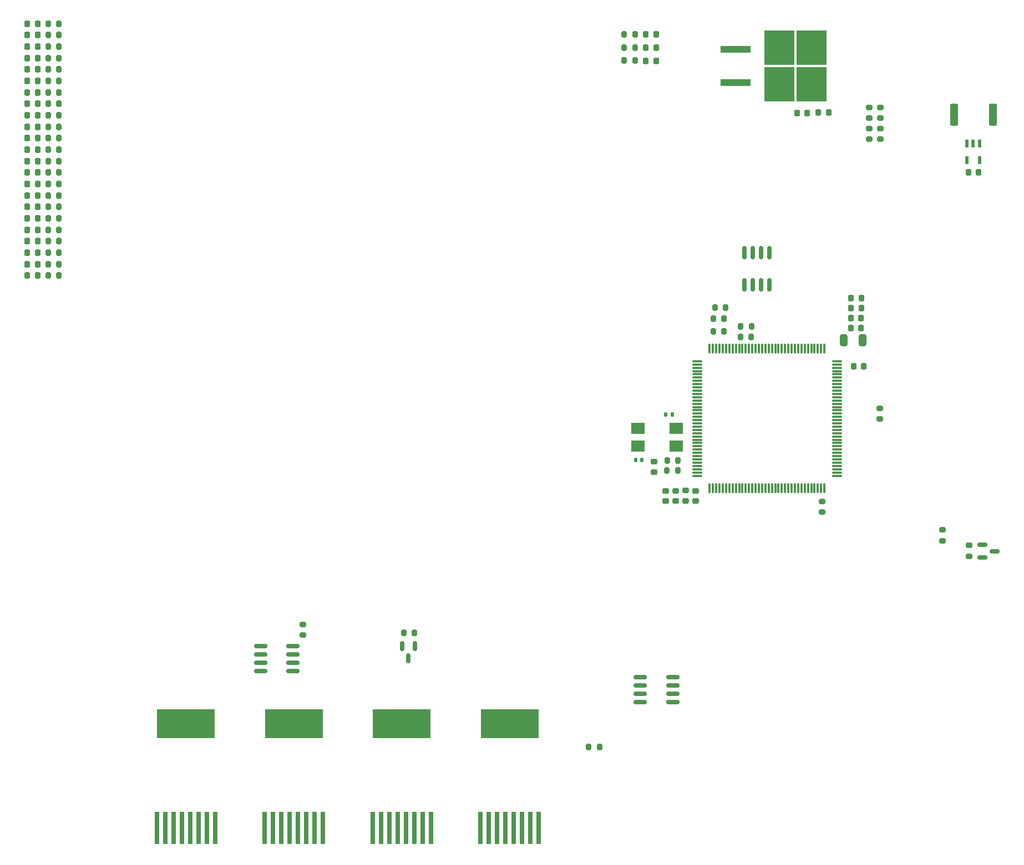
<source format=gbr>
%TF.GenerationSoftware,KiCad,Pcbnew,(6.0.5)*%
%TF.CreationDate,2023-05-15T14:24:38+02:00*%
%TF.ProjectId,stm32_prototyp,73746d33-325f-4707-926f-746f7479702e,rev?*%
%TF.SameCoordinates,Original*%
%TF.FileFunction,Paste,Top*%
%TF.FilePolarity,Positive*%
%FSLAX46Y46*%
G04 Gerber Fmt 4.6, Leading zero omitted, Abs format (unit mm)*
G04 Created by KiCad (PCBNEW (6.0.5)) date 2023-05-15 14:24:38*
%MOMM*%
%LPD*%
G01*
G04 APERTURE LIST*
G04 Aperture macros list*
%AMRoundRect*
0 Rectangle with rounded corners*
0 $1 Rounding radius*
0 $2 $3 $4 $5 $6 $7 $8 $9 X,Y pos of 4 corners*
0 Add a 4 corners polygon primitive as box body*
4,1,4,$2,$3,$4,$5,$6,$7,$8,$9,$2,$3,0*
0 Add four circle primitives for the rounded corners*
1,1,$1+$1,$2,$3*
1,1,$1+$1,$4,$5*
1,1,$1+$1,$6,$7*
1,1,$1+$1,$8,$9*
0 Add four rect primitives between the rounded corners*
20,1,$1+$1,$2,$3,$4,$5,0*
20,1,$1+$1,$4,$5,$6,$7,0*
20,1,$1+$1,$6,$7,$8,$9,0*
20,1,$1+$1,$8,$9,$2,$3,0*%
G04 Aperture macros list end*
%ADD10RoundRect,0.200000X-0.200000X-0.275000X0.200000X-0.275000X0.200000X0.275000X-0.200000X0.275000X0*%
%ADD11RoundRect,0.218750X-0.218750X-0.256250X0.218750X-0.256250X0.218750X0.256250X-0.218750X0.256250X0*%
%ADD12RoundRect,0.200000X0.275000X-0.200000X0.275000X0.200000X-0.275000X0.200000X-0.275000X-0.200000X0*%
%ADD13R,0.760000X5.000000*%
%ADD14R,8.800000X4.500000*%
%ADD15RoundRect,0.250000X0.362500X1.425000X-0.362500X1.425000X-0.362500X-1.425000X0.362500X-1.425000X0*%
%ADD16RoundRect,0.225000X-0.225000X-0.250000X0.225000X-0.250000X0.225000X0.250000X-0.225000X0.250000X0*%
%ADD17RoundRect,0.150000X-0.825000X-0.150000X0.825000X-0.150000X0.825000X0.150000X-0.825000X0.150000X0*%
%ADD18RoundRect,0.200000X-0.275000X0.200000X-0.275000X-0.200000X0.275000X-0.200000X0.275000X0.200000X0*%
%ADD19RoundRect,0.225000X-0.250000X0.225000X-0.250000X-0.225000X0.250000X-0.225000X0.250000X0.225000X0*%
%ADD20RoundRect,0.200000X0.200000X0.275000X-0.200000X0.275000X-0.200000X-0.275000X0.200000X-0.275000X0*%
%ADD21RoundRect,0.140000X-0.140000X-0.170000X0.140000X-0.170000X0.140000X0.170000X-0.140000X0.170000X0*%
%ADD22RoundRect,0.250000X-0.325000X-0.650000X0.325000X-0.650000X0.325000X0.650000X-0.325000X0.650000X0*%
%ADD23RoundRect,0.225000X0.225000X0.250000X-0.225000X0.250000X-0.225000X-0.250000X0.225000X-0.250000X0*%
%ADD24RoundRect,0.218750X-0.256250X0.218750X-0.256250X-0.218750X0.256250X-0.218750X0.256250X0.218750X0*%
%ADD25RoundRect,0.088500X-0.206500X0.516500X-0.206500X-0.516500X0.206500X-0.516500X0.206500X0.516500X0*%
%ADD26R,2.100000X1.700000*%
%ADD27RoundRect,0.150000X-0.587500X-0.150000X0.587500X-0.150000X0.587500X0.150000X-0.587500X0.150000X0*%
%ADD28R,4.550000X5.250000*%
%ADD29R,4.600000X1.100000*%
%ADD30RoundRect,0.075000X-0.662500X-0.075000X0.662500X-0.075000X0.662500X0.075000X-0.662500X0.075000X0*%
%ADD31RoundRect,0.075000X-0.075000X-0.662500X0.075000X-0.662500X0.075000X0.662500X-0.075000X0.662500X0*%
%ADD32RoundRect,0.150000X-0.150000X0.825000X-0.150000X-0.825000X0.150000X-0.825000X0.150000X0.825000X0*%
%ADD33RoundRect,0.140000X0.140000X0.170000X-0.140000X0.170000X-0.140000X-0.170000X0.140000X-0.170000X0*%
%ADD34RoundRect,0.150000X-0.150000X0.587500X-0.150000X-0.587500X0.150000X-0.587500X0.150000X0.587500X0*%
%ADD35RoundRect,0.225000X0.250000X-0.225000X0.250000X0.225000X-0.250000X0.225000X-0.250000X-0.225000X0*%
G04 APERTURE END LIST*
D10*
%TO.C,R14*%
X89650000Y-51400000D03*
X91300000Y-51400000D03*
%TD*%
D11*
%TO.C,D18*%
X86448400Y-58400000D03*
X88023400Y-58400000D03*
%TD*%
D10*
%TO.C,R43*%
X177572500Y-34302200D03*
X179222500Y-34302200D03*
%TD*%
D12*
%TO.C,R126*%
X214960200Y-46316400D03*
X214960200Y-44666400D03*
%TD*%
D11*
%TO.C,D5*%
X86448400Y-35650000D03*
X88023400Y-35650000D03*
%TD*%
%TO.C,D13*%
X86448400Y-49650000D03*
X88023400Y-49650000D03*
%TD*%
D10*
%TO.C,R17*%
X89650000Y-56650000D03*
X91300000Y-56650000D03*
%TD*%
D13*
%TO.C,J2*%
X115138200Y-151540600D03*
X113868200Y-151540600D03*
X112598200Y-151540600D03*
X111328200Y-151540600D03*
X110058200Y-151540600D03*
X108788200Y-151540600D03*
X107518200Y-151540600D03*
X106248200Y-151540600D03*
D14*
X110693200Y-135610600D03*
%TD*%
D15*
%TO.C,R123*%
X233807900Y-42594300D03*
X227882900Y-42594300D03*
%TD*%
D10*
%TO.C,R28*%
X191390000Y-72059800D03*
X193040000Y-72059800D03*
%TD*%
%TO.C,R19*%
X89650000Y-60150000D03*
X91300000Y-60150000D03*
%TD*%
D11*
%TO.C,D8*%
X86448400Y-40900000D03*
X88023400Y-40900000D03*
%TD*%
D10*
%TO.C,R15*%
X89650000Y-53150000D03*
X91300000Y-53150000D03*
%TD*%
%TO.C,R23*%
X89650000Y-67150000D03*
X91300000Y-67150000D03*
%TD*%
D16*
%TO.C,C2*%
X212178600Y-75133200D03*
X213728600Y-75133200D03*
%TD*%
D17*
%TO.C,U3*%
X122075400Y-123748800D03*
X122075400Y-125018800D03*
X122075400Y-126288800D03*
X122075400Y-127558800D03*
X127025400Y-127558800D03*
X127025400Y-126288800D03*
X127025400Y-125018800D03*
X127025400Y-123748800D03*
%TD*%
D18*
%TO.C,R125*%
X216636600Y-41440600D03*
X216636600Y-43090600D03*
%TD*%
D19*
%TO.C,C7*%
X185394600Y-100024700D03*
X185394600Y-101574700D03*
%TD*%
D11*
%TO.C,D10*%
X86448400Y-44400000D03*
X88023400Y-44400000D03*
%TD*%
D20*
%TO.C,R26*%
X192785000Y-75692000D03*
X191135000Y-75692000D03*
%TD*%
D11*
%TO.C,D22*%
X86448400Y-65400000D03*
X88023400Y-65400000D03*
%TD*%
D10*
%TO.C,R16*%
X89650000Y-54900000D03*
X91300000Y-54900000D03*
%TD*%
D21*
%TO.C,C12*%
X183926600Y-88341200D03*
X184886600Y-88341200D03*
%TD*%
D22*
%TO.C,C1*%
X211032600Y-77038200D03*
X213982600Y-77038200D03*
%TD*%
D11*
%TO.C,D24*%
X180848000Y-30308800D03*
X182423000Y-30308800D03*
%TD*%
D20*
%TO.C,R29*%
X196951600Y-76479400D03*
X195301600Y-76479400D03*
%TD*%
D10*
%TO.C,R10*%
X89650000Y-44400000D03*
X91300000Y-44400000D03*
%TD*%
D23*
%TO.C,C24*%
X231632800Y-51382700D03*
X230082800Y-51382700D03*
%TD*%
D11*
%TO.C,D19*%
X86448400Y-60150000D03*
X88023400Y-60150000D03*
%TD*%
D20*
%TO.C,R30*%
X196977000Y-74904600D03*
X195327000Y-74904600D03*
%TD*%
D10*
%TO.C,R12*%
X89650000Y-47900000D03*
X91300000Y-47900000D03*
%TD*%
D11*
%TO.C,D12*%
X86448400Y-47900000D03*
X88023400Y-47900000D03*
%TD*%
%TO.C,D3*%
X86448400Y-32150000D03*
X88023400Y-32150000D03*
%TD*%
D10*
%TO.C,R5*%
X89650000Y-35650000D03*
X91300000Y-35650000D03*
%TD*%
D11*
%TO.C,D7*%
X86448400Y-39150000D03*
X88023400Y-39150000D03*
%TD*%
D18*
%TO.C,R124*%
X216636600Y-44666400D03*
X216636600Y-46316400D03*
%TD*%
D10*
%TO.C,R24*%
X184125600Y-95427800D03*
X185775600Y-95427800D03*
%TD*%
D24*
%TO.C,FB1*%
X186918600Y-99999700D03*
X186918600Y-101574700D03*
%TD*%
D11*
%TO.C,D16*%
X86448400Y-54900000D03*
X88023400Y-54900000D03*
%TD*%
D10*
%TO.C,R105*%
X143892000Y-121716800D03*
X145542000Y-121716800D03*
%TD*%
D25*
%TO.C,U13*%
X231785200Y-46988500D03*
X230835200Y-46988500D03*
X229885200Y-46988500D03*
X229885200Y-49498500D03*
X231785200Y-49498500D03*
%TD*%
D10*
%TO.C,R6*%
X89650000Y-37400000D03*
X91300000Y-37400000D03*
%TD*%
D23*
%TO.C,C11*%
X214150000Y-80975000D03*
X212600000Y-80975000D03*
%TD*%
D16*
%TO.C,C4*%
X212191600Y-72085200D03*
X213741600Y-72085200D03*
%TD*%
D17*
%TO.C,U6*%
X180024000Y-128524000D03*
X180024000Y-129794000D03*
X180024000Y-131064000D03*
X180024000Y-132334000D03*
X184974000Y-132334000D03*
X184974000Y-131064000D03*
X184974000Y-129794000D03*
X184974000Y-128524000D03*
%TD*%
D23*
%TO.C,C20*%
X208763200Y-42240200D03*
X207213200Y-42240200D03*
%TD*%
D11*
%TO.C,D2*%
X86448400Y-30400000D03*
X88023400Y-30400000D03*
%TD*%
D10*
%TO.C,R106*%
X172162200Y-139166600D03*
X173812200Y-139166600D03*
%TD*%
D26*
%TO.C,Y1*%
X179621600Y-93200200D03*
X185521600Y-93200200D03*
X185521600Y-90500200D03*
X179621600Y-90500200D03*
%TD*%
D10*
%TO.C,R22*%
X89650000Y-65400000D03*
X91300000Y-65400000D03*
%TD*%
D11*
%TO.C,D15*%
X86448400Y-53150000D03*
X88023400Y-53150000D03*
%TD*%
D10*
%TO.C,R11*%
X89650000Y-46150000D03*
X91300000Y-46150000D03*
%TD*%
%TO.C,R13*%
X89650000Y-49650000D03*
X91300000Y-49650000D03*
%TD*%
D11*
%TO.C,D14*%
X86448400Y-51400000D03*
X88023400Y-51400000D03*
%TD*%
D10*
%TO.C,R8*%
X89650000Y-40900000D03*
X91300000Y-40900000D03*
%TD*%
D11*
%TO.C,D17*%
X86448400Y-56650000D03*
X88023400Y-56650000D03*
%TD*%
%TO.C,D4*%
X86448400Y-33900000D03*
X88023400Y-33900000D03*
%TD*%
D10*
%TO.C,R1*%
X89650000Y-28650000D03*
X91300000Y-28650000D03*
%TD*%
D12*
%TO.C,R52*%
X216550000Y-89052400D03*
X216550000Y-87402400D03*
%TD*%
D27*
%TO.C,Q5*%
X232234500Y-108295400D03*
X232234500Y-110195400D03*
X234109500Y-109245400D03*
%TD*%
D12*
%TO.C,R104*%
X230172500Y-110006400D03*
X230172500Y-108356400D03*
%TD*%
D10*
%TO.C,R7*%
X89650000Y-39150000D03*
X91300000Y-39150000D03*
%TD*%
D18*
%TO.C,R60*%
X226161600Y-105995200D03*
X226161600Y-107645200D03*
%TD*%
D11*
%TO.C,D1*%
X86448400Y-28650000D03*
X88023400Y-28650000D03*
%TD*%
D28*
%TO.C,U7*%
X201283000Y-37877800D03*
X201283000Y-32327800D03*
X206133000Y-37877800D03*
X206133000Y-32327800D03*
D29*
X194558000Y-32562800D03*
X194558000Y-37642800D03*
%TD*%
D10*
%TO.C,R2*%
X89650000Y-30400000D03*
X91300000Y-30400000D03*
%TD*%
D30*
%TO.C,U1*%
X188702100Y-80226200D03*
X188702100Y-80726200D03*
X188702100Y-81226200D03*
X188702100Y-81726200D03*
X188702100Y-82226200D03*
X188702100Y-82726200D03*
X188702100Y-83226200D03*
X188702100Y-83726200D03*
X188702100Y-84226200D03*
X188702100Y-84726200D03*
X188702100Y-85226200D03*
X188702100Y-85726200D03*
X188702100Y-86226200D03*
X188702100Y-86726200D03*
X188702100Y-87226200D03*
X188702100Y-87726200D03*
X188702100Y-88226200D03*
X188702100Y-88726200D03*
X188702100Y-89226200D03*
X188702100Y-89726200D03*
X188702100Y-90226200D03*
X188702100Y-90726200D03*
X188702100Y-91226200D03*
X188702100Y-91726200D03*
X188702100Y-92226200D03*
X188702100Y-92726200D03*
X188702100Y-93226200D03*
X188702100Y-93726200D03*
X188702100Y-94226200D03*
X188702100Y-94726200D03*
X188702100Y-95226200D03*
X188702100Y-95726200D03*
X188702100Y-96226200D03*
X188702100Y-96726200D03*
X188702100Y-97226200D03*
X188702100Y-97726200D03*
D31*
X190614600Y-99638700D03*
X191114600Y-99638700D03*
X191614600Y-99638700D03*
X192114600Y-99638700D03*
X192614600Y-99638700D03*
X193114600Y-99638700D03*
X193614600Y-99638700D03*
X194114600Y-99638700D03*
X194614600Y-99638700D03*
X195114600Y-99638700D03*
X195614600Y-99638700D03*
X196114600Y-99638700D03*
X196614600Y-99638700D03*
X197114600Y-99638700D03*
X197614600Y-99638700D03*
X198114600Y-99638700D03*
X198614600Y-99638700D03*
X199114600Y-99638700D03*
X199614600Y-99638700D03*
X200114600Y-99638700D03*
X200614600Y-99638700D03*
X201114600Y-99638700D03*
X201614600Y-99638700D03*
X202114600Y-99638700D03*
X202614600Y-99638700D03*
X203114600Y-99638700D03*
X203614600Y-99638700D03*
X204114600Y-99638700D03*
X204614600Y-99638700D03*
X205114600Y-99638700D03*
X205614600Y-99638700D03*
X206114600Y-99638700D03*
X206614600Y-99638700D03*
X207114600Y-99638700D03*
X207614600Y-99638700D03*
X208114600Y-99638700D03*
D30*
X210027100Y-97726200D03*
X210027100Y-97226200D03*
X210027100Y-96726200D03*
X210027100Y-96226200D03*
X210027100Y-95726200D03*
X210027100Y-95226200D03*
X210027100Y-94726200D03*
X210027100Y-94226200D03*
X210027100Y-93726200D03*
X210027100Y-93226200D03*
X210027100Y-92726200D03*
X210027100Y-92226200D03*
X210027100Y-91726200D03*
X210027100Y-91226200D03*
X210027100Y-90726200D03*
X210027100Y-90226200D03*
X210027100Y-89726200D03*
X210027100Y-89226200D03*
X210027100Y-88726200D03*
X210027100Y-88226200D03*
X210027100Y-87726200D03*
X210027100Y-87226200D03*
X210027100Y-86726200D03*
X210027100Y-86226200D03*
X210027100Y-85726200D03*
X210027100Y-85226200D03*
X210027100Y-84726200D03*
X210027100Y-84226200D03*
X210027100Y-83726200D03*
X210027100Y-83226200D03*
X210027100Y-82726200D03*
X210027100Y-82226200D03*
X210027100Y-81726200D03*
X210027100Y-81226200D03*
X210027100Y-80726200D03*
X210027100Y-80226200D03*
D31*
X208114600Y-78313700D03*
X207614600Y-78313700D03*
X207114600Y-78313700D03*
X206614600Y-78313700D03*
X206114600Y-78313700D03*
X205614600Y-78313700D03*
X205114600Y-78313700D03*
X204614600Y-78313700D03*
X204114600Y-78313700D03*
X203614600Y-78313700D03*
X203114600Y-78313700D03*
X202614600Y-78313700D03*
X202114600Y-78313700D03*
X201614600Y-78313700D03*
X201114600Y-78313700D03*
X200614600Y-78313700D03*
X200114600Y-78313700D03*
X199614600Y-78313700D03*
X199114600Y-78313700D03*
X198614600Y-78313700D03*
X198114600Y-78313700D03*
X197614600Y-78313700D03*
X197114600Y-78313700D03*
X196614600Y-78313700D03*
X196114600Y-78313700D03*
X195614600Y-78313700D03*
X195114600Y-78313700D03*
X194614600Y-78313700D03*
X194114600Y-78313700D03*
X193614600Y-78313700D03*
X193114600Y-78313700D03*
X192614600Y-78313700D03*
X192114600Y-78313700D03*
X191614600Y-78313700D03*
X191114600Y-78313700D03*
X190614600Y-78313700D03*
%TD*%
D16*
%TO.C,C19*%
X203936600Y-42291000D03*
X205486600Y-42291000D03*
%TD*%
D13*
%TO.C,J6*%
X148056600Y-151553200D03*
X146786600Y-151553200D03*
X145516600Y-151553200D03*
X144246600Y-151553200D03*
X142976600Y-151553200D03*
X141706600Y-151553200D03*
X140436600Y-151553200D03*
X139166600Y-151553200D03*
D14*
X143611600Y-135623200D03*
%TD*%
D13*
%TO.C,J5*%
X131597400Y-151553200D03*
X130327400Y-151553200D03*
X129057400Y-151553200D03*
X127787400Y-151553200D03*
X126517400Y-151553200D03*
X125247400Y-151553200D03*
X123977400Y-151553200D03*
X122707400Y-151553200D03*
D14*
X127152400Y-135623200D03*
%TD*%
D10*
%TO.C,R42*%
X177572500Y-32302200D03*
X179222500Y-32302200D03*
%TD*%
D11*
%TO.C,D21*%
X86448400Y-63650000D03*
X88023400Y-63650000D03*
%TD*%
D10*
%TO.C,R3*%
X89650000Y-32150000D03*
X91300000Y-32150000D03*
%TD*%
%TO.C,R20*%
X89650000Y-61900000D03*
X91300000Y-61900000D03*
%TD*%
D16*
%TO.C,C3*%
X212178600Y-73609200D03*
X213728600Y-73609200D03*
%TD*%
D12*
%TO.C,R61*%
X128487400Y-122071400D03*
X128487400Y-120421400D03*
%TD*%
D10*
%TO.C,R18*%
X89650000Y-58400000D03*
X91300000Y-58400000D03*
%TD*%
%TO.C,R41*%
X177572500Y-30302200D03*
X179222500Y-30302200D03*
%TD*%
D32*
%TO.C,U5*%
X199745600Y-63641200D03*
X198475600Y-63641200D03*
X197205600Y-63641200D03*
X195935600Y-63641200D03*
X195935600Y-68591200D03*
X197205600Y-68591200D03*
X198475600Y-68591200D03*
X199745600Y-68591200D03*
%TD*%
D12*
%TO.C,R37*%
X207725000Y-103300000D03*
X207725000Y-101650000D03*
%TD*%
D10*
%TO.C,R21*%
X89650000Y-63650000D03*
X91300000Y-63650000D03*
%TD*%
D33*
%TO.C,C13*%
X180238400Y-95275400D03*
X179278400Y-95275400D03*
%TD*%
D11*
%TO.C,D9*%
X86448400Y-42650000D03*
X88023400Y-42650000D03*
%TD*%
%TO.C,D11*%
X86448400Y-46150000D03*
X88023400Y-46150000D03*
%TD*%
%TO.C,D26*%
X180848000Y-34308800D03*
X182423000Y-34308800D03*
%TD*%
D10*
%TO.C,R4*%
X89650000Y-33900000D03*
X91300000Y-33900000D03*
%TD*%
D20*
%TO.C,R25*%
X185750200Y-96951800D03*
X184100200Y-96951800D03*
%TD*%
D34*
%TO.C,Q44*%
X145592800Y-123748800D03*
X143692800Y-123748800D03*
X144642800Y-125623800D03*
%TD*%
D11*
%TO.C,D20*%
X86448400Y-61900000D03*
X88023400Y-61900000D03*
%TD*%
D16*
%TO.C,C5*%
X212191600Y-70561200D03*
X213741600Y-70561200D03*
%TD*%
D19*
%TO.C,C6*%
X183870600Y-100037700D03*
X183870600Y-101587700D03*
%TD*%
D12*
%TO.C,R128*%
X214960200Y-43090600D03*
X214960200Y-41440600D03*
%TD*%
D11*
%TO.C,D25*%
X180848000Y-32308800D03*
X182423000Y-32308800D03*
%TD*%
D10*
%TO.C,R9*%
X89650000Y-42650000D03*
X91300000Y-42650000D03*
%TD*%
D11*
%TO.C,D23*%
X86448400Y-67150000D03*
X88023400Y-67150000D03*
%TD*%
D35*
%TO.C,C8*%
X188442600Y-101574700D03*
X188442600Y-100024700D03*
%TD*%
D13*
%TO.C,J13*%
X164515800Y-151553200D03*
X163245800Y-151553200D03*
X161975800Y-151553200D03*
X160705800Y-151553200D03*
X159435800Y-151553200D03*
X158165800Y-151553200D03*
X156895800Y-151553200D03*
X155625800Y-151553200D03*
D14*
X160070800Y-135623200D03*
%TD*%
D11*
%TO.C,D6*%
X86448400Y-37400000D03*
X88023400Y-37400000D03*
%TD*%
D20*
%TO.C,R27*%
X192786000Y-73710800D03*
X191136000Y-73710800D03*
%TD*%
D35*
%TO.C,C9*%
X182143400Y-97130200D03*
X182143400Y-95580200D03*
%TD*%
M02*

</source>
